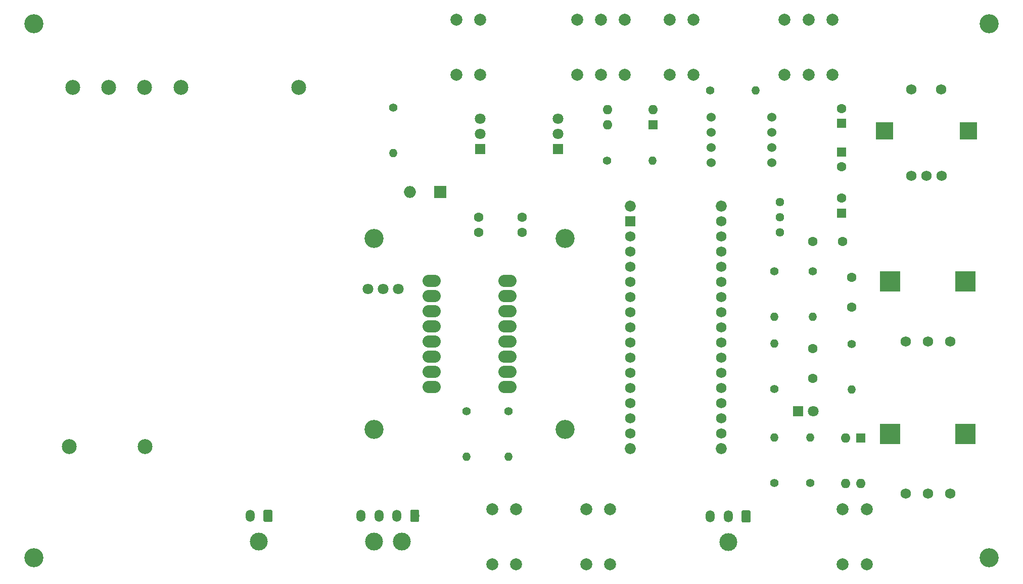
<source format=gbr>
G04 #@! TF.GenerationSoftware,KiCad,Pcbnew,(5.1.4)-1*
G04 #@! TF.CreationDate,2019-11-18T19:22:07+01:00*
G04 #@! TF.ProjectId,upuaut_2Nils,75707561-7574-45f3-924e-696c732e6b69,rev?*
G04 #@! TF.SameCoordinates,Original*
G04 #@! TF.FileFunction,Soldermask,Top*
G04 #@! TF.FilePolarity,Negative*
%FSLAX46Y46*%
G04 Gerber Fmt 4.6, Leading zero omitted, Abs format (unit mm)*
G04 Created by KiCad (PCBNEW (5.1.4)-1) date 2019-11-18 19:22:07*
%MOMM*%
%LPD*%
G04 APERTURE LIST*
%ADD10C,3.200000*%
%ADD11O,1.500000X2.020000*%
%ADD12C,0.100000*%
%ADD13C,1.500000*%
%ADD14C,3.000000*%
%ADD15C,1.800000*%
%ADD16C,2.000000*%
%ADD17R,3.500000X3.500000*%
%ADD18C,1.750000*%
%ADD19C,1.850000*%
%ADD20R,1.727200X1.727200*%
%ADD21C,1.727200*%
%ADD22O,1.600000X1.600000*%
%ADD23R,1.600000X1.600000*%
%ADD24O,3.048000X2.032000*%
%ADD25C,1.524000*%
%ADD26R,3.000000X3.000000*%
%ADD27R,1.800000X1.800000*%
%ADD28C,2.500000*%
%ADD29C,1.440000*%
%ADD30O,1.400000X1.400000*%
%ADD31C,1.400000*%
%ADD32C,1.600000*%
%ADD33O,2.000000X2.000000*%
%ADD34R,2.000000X2.000000*%
G04 APERTURE END LIST*
D10*
X65500000Y-142700000D03*
X225500000Y-142700000D03*
X225500000Y-53200000D03*
X65500000Y-53200000D03*
X122500000Y-89200000D03*
X154500000Y-89200000D03*
X154500000Y-121200000D03*
X122500000Y-121200000D03*
D11*
X120300000Y-135700000D03*
X123300000Y-135700000D03*
X126300000Y-135700000D03*
D12*
G36*
X129824504Y-134691204D02*
G01*
X129848773Y-134694804D01*
X129872571Y-134700765D01*
X129895671Y-134709030D01*
X129917849Y-134719520D01*
X129938893Y-134732133D01*
X129958598Y-134746747D01*
X129976777Y-134763223D01*
X129993253Y-134781402D01*
X130007867Y-134801107D01*
X130020480Y-134822151D01*
X130030970Y-134844329D01*
X130039235Y-134867429D01*
X130045196Y-134891227D01*
X130048796Y-134915496D01*
X130050000Y-134940000D01*
X130050000Y-136460000D01*
X130048796Y-136484504D01*
X130045196Y-136508773D01*
X130039235Y-136532571D01*
X130030970Y-136555671D01*
X130020480Y-136577849D01*
X130007867Y-136598893D01*
X129993253Y-136618598D01*
X129976777Y-136636777D01*
X129958598Y-136653253D01*
X129938893Y-136667867D01*
X129917849Y-136680480D01*
X129895671Y-136690970D01*
X129872571Y-136699235D01*
X129848773Y-136705196D01*
X129824504Y-136708796D01*
X129800000Y-136710000D01*
X128800000Y-136710000D01*
X128775496Y-136708796D01*
X128751227Y-136705196D01*
X128727429Y-136699235D01*
X128704329Y-136690970D01*
X128682151Y-136680480D01*
X128661107Y-136667867D01*
X128641402Y-136653253D01*
X128623223Y-136636777D01*
X128606747Y-136618598D01*
X128592133Y-136598893D01*
X128579520Y-136577849D01*
X128569030Y-136555671D01*
X128560765Y-136532571D01*
X128554804Y-136508773D01*
X128551204Y-136484504D01*
X128550000Y-136460000D01*
X128550000Y-134940000D01*
X128551204Y-134915496D01*
X128554804Y-134891227D01*
X128560765Y-134867429D01*
X128569030Y-134844329D01*
X128579520Y-134822151D01*
X128592133Y-134801107D01*
X128606747Y-134781402D01*
X128623223Y-134763223D01*
X128641402Y-134746747D01*
X128661107Y-134732133D01*
X128682151Y-134719520D01*
X128704329Y-134709030D01*
X128727429Y-134700765D01*
X128751227Y-134694804D01*
X128775496Y-134691204D01*
X128800000Y-134690000D01*
X129800000Y-134690000D01*
X129824504Y-134691204D01*
X129824504Y-134691204D01*
G37*
D13*
X129300000Y-135700000D03*
D14*
X122450000Y-140020000D03*
X127150000Y-140020000D03*
D11*
X101700000Y-135700000D03*
D12*
G36*
X105224504Y-134691204D02*
G01*
X105248773Y-134694804D01*
X105272571Y-134700765D01*
X105295671Y-134709030D01*
X105317849Y-134719520D01*
X105338893Y-134732133D01*
X105358598Y-134746747D01*
X105376777Y-134763223D01*
X105393253Y-134781402D01*
X105407867Y-134801107D01*
X105420480Y-134822151D01*
X105430970Y-134844329D01*
X105439235Y-134867429D01*
X105445196Y-134891227D01*
X105448796Y-134915496D01*
X105450000Y-134940000D01*
X105450000Y-136460000D01*
X105448796Y-136484504D01*
X105445196Y-136508773D01*
X105439235Y-136532571D01*
X105430970Y-136555671D01*
X105420480Y-136577849D01*
X105407867Y-136598893D01*
X105393253Y-136618598D01*
X105376777Y-136636777D01*
X105358598Y-136653253D01*
X105338893Y-136667867D01*
X105317849Y-136680480D01*
X105295671Y-136690970D01*
X105272571Y-136699235D01*
X105248773Y-136705196D01*
X105224504Y-136708796D01*
X105200000Y-136710000D01*
X104200000Y-136710000D01*
X104175496Y-136708796D01*
X104151227Y-136705196D01*
X104127429Y-136699235D01*
X104104329Y-136690970D01*
X104082151Y-136680480D01*
X104061107Y-136667867D01*
X104041402Y-136653253D01*
X104023223Y-136636777D01*
X104006747Y-136618598D01*
X103992133Y-136598893D01*
X103979520Y-136577849D01*
X103969030Y-136555671D01*
X103960765Y-136532571D01*
X103954804Y-136508773D01*
X103951204Y-136484504D01*
X103950000Y-136460000D01*
X103950000Y-134940000D01*
X103951204Y-134915496D01*
X103954804Y-134891227D01*
X103960765Y-134867429D01*
X103969030Y-134844329D01*
X103979520Y-134822151D01*
X103992133Y-134801107D01*
X104006747Y-134781402D01*
X104023223Y-134763223D01*
X104041402Y-134746747D01*
X104061107Y-134732133D01*
X104082151Y-134719520D01*
X104104329Y-134709030D01*
X104127429Y-134700765D01*
X104151227Y-134694804D01*
X104175496Y-134691204D01*
X104200000Y-134690000D01*
X105200000Y-134690000D01*
X105224504Y-134691204D01*
X105224504Y-134691204D01*
G37*
D13*
X104700000Y-135700000D03*
D14*
X103200000Y-140020000D03*
D11*
X178800000Y-135800000D03*
X181800000Y-135800000D03*
D12*
G36*
X185324504Y-134791204D02*
G01*
X185348773Y-134794804D01*
X185372571Y-134800765D01*
X185395671Y-134809030D01*
X185417849Y-134819520D01*
X185438893Y-134832133D01*
X185458598Y-134846747D01*
X185476777Y-134863223D01*
X185493253Y-134881402D01*
X185507867Y-134901107D01*
X185520480Y-134922151D01*
X185530970Y-134944329D01*
X185539235Y-134967429D01*
X185545196Y-134991227D01*
X185548796Y-135015496D01*
X185550000Y-135040000D01*
X185550000Y-136560000D01*
X185548796Y-136584504D01*
X185545196Y-136608773D01*
X185539235Y-136632571D01*
X185530970Y-136655671D01*
X185520480Y-136677849D01*
X185507867Y-136698893D01*
X185493253Y-136718598D01*
X185476777Y-136736777D01*
X185458598Y-136753253D01*
X185438893Y-136767867D01*
X185417849Y-136780480D01*
X185395671Y-136790970D01*
X185372571Y-136799235D01*
X185348773Y-136805196D01*
X185324504Y-136808796D01*
X185300000Y-136810000D01*
X184300000Y-136810000D01*
X184275496Y-136808796D01*
X184251227Y-136805196D01*
X184227429Y-136799235D01*
X184204329Y-136790970D01*
X184182151Y-136780480D01*
X184161107Y-136767867D01*
X184141402Y-136753253D01*
X184123223Y-136736777D01*
X184106747Y-136718598D01*
X184092133Y-136698893D01*
X184079520Y-136677849D01*
X184069030Y-136655671D01*
X184060765Y-136632571D01*
X184054804Y-136608773D01*
X184051204Y-136584504D01*
X184050000Y-136560000D01*
X184050000Y-135040000D01*
X184051204Y-135015496D01*
X184054804Y-134991227D01*
X184060765Y-134967429D01*
X184069030Y-134944329D01*
X184079520Y-134922151D01*
X184092133Y-134901107D01*
X184106747Y-134881402D01*
X184123223Y-134863223D01*
X184141402Y-134846747D01*
X184161107Y-134832133D01*
X184182151Y-134819520D01*
X184204329Y-134809030D01*
X184227429Y-134800765D01*
X184251227Y-134794804D01*
X184275496Y-134791204D01*
X184300000Y-134790000D01*
X185300000Y-134790000D01*
X185324504Y-134791204D01*
X185324504Y-134791204D01*
G37*
D13*
X184800000Y-135800000D03*
D14*
X181800000Y-140120000D03*
D15*
X121460000Y-97700000D03*
X124000000Y-97700000D03*
X126540000Y-97700000D03*
D16*
X160500000Y-61800000D03*
X160500000Y-52600000D03*
X156500000Y-61800000D03*
X164500000Y-61800000D03*
X156500000Y-52600000D03*
X164500000Y-52600000D03*
D17*
X221550000Y-96450000D03*
X208950000Y-96450000D03*
D18*
X211500000Y-106450000D03*
X215250000Y-106450000D03*
X219000000Y-106450000D03*
D19*
X180620000Y-124430000D03*
X165380000Y-124430000D03*
X180620000Y-83790000D03*
X165380000Y-83790000D03*
D20*
X165380000Y-86330000D03*
D21*
X165380000Y-88870000D03*
X165380000Y-91410000D03*
X165380000Y-93950000D03*
X165380000Y-96490000D03*
X165380000Y-99030000D03*
X165380000Y-101570000D03*
X165380000Y-104110000D03*
X165380000Y-106650000D03*
X165380000Y-109190000D03*
X165380000Y-111730000D03*
X165380000Y-114270000D03*
X165380000Y-116810000D03*
X165380000Y-119350000D03*
X165380000Y-121890000D03*
X180620000Y-121890000D03*
X180620000Y-119350000D03*
X180620000Y-116810000D03*
X180620000Y-114270000D03*
X180620000Y-111730000D03*
X180620000Y-109190000D03*
X180620000Y-106650000D03*
X180620000Y-104110000D03*
X180620000Y-101570000D03*
X180620000Y-99030000D03*
X180620000Y-96490000D03*
X180620000Y-93950000D03*
X180620000Y-91410000D03*
X180620000Y-88870000D03*
X180620000Y-86330000D03*
D16*
X172000000Y-61800000D03*
X176000000Y-61800000D03*
X172000000Y-52600000D03*
X176000000Y-52600000D03*
D22*
X204000000Y-130320000D03*
X201460000Y-122700000D03*
X201460000Y-130320000D03*
D23*
X204000000Y-122700000D03*
D16*
X162000000Y-134600000D03*
X158000000Y-134600000D03*
X162000000Y-143800000D03*
X158000000Y-143800000D03*
X146250000Y-134600000D03*
X142250000Y-134600000D03*
X146250000Y-143800000D03*
X142250000Y-143800000D03*
X136250000Y-61800000D03*
X140250000Y-61800000D03*
X136250000Y-52600000D03*
X140250000Y-52600000D03*
X205000000Y-134600000D03*
X201000000Y-134600000D03*
X205000000Y-143800000D03*
X201000000Y-143800000D03*
X195250000Y-61800000D03*
X195250000Y-52600000D03*
X191250000Y-61800000D03*
X199250000Y-61800000D03*
X191250000Y-52600000D03*
X199250000Y-52600000D03*
D24*
X144850000Y-96310000D03*
X144850000Y-98850000D03*
X144850000Y-101390000D03*
X144850000Y-103930000D03*
X144850000Y-106470000D03*
X144850000Y-109010000D03*
X144850000Y-111550000D03*
X144850000Y-114090000D03*
X132150000Y-114090000D03*
X132150000Y-111550000D03*
X132150000Y-109010000D03*
X132150000Y-106470000D03*
X132150000Y-103930000D03*
X132150000Y-101390000D03*
X132150000Y-98850000D03*
X132150000Y-96310000D03*
D25*
X189080000Y-68870000D03*
X189080000Y-71410000D03*
X189080000Y-73950000D03*
X189080000Y-76490000D03*
X178920000Y-76490000D03*
X178920000Y-73950000D03*
X178920000Y-71410000D03*
X178920000Y-68870000D03*
D18*
X212500000Y-64200000D03*
X217500000Y-64200000D03*
D26*
X222000000Y-71200000D03*
X208000000Y-71200000D03*
D18*
X215000000Y-78700000D03*
X217540000Y-78700000D03*
X212460000Y-78700000D03*
D17*
X221550000Y-121950000D03*
X208950000Y-121950000D03*
D18*
X211500000Y-131950000D03*
X215250000Y-131950000D03*
X219000000Y-131950000D03*
D27*
X153250000Y-74200000D03*
D15*
X153250000Y-71660000D03*
X153250000Y-69120000D03*
D27*
X140250000Y-74200000D03*
D15*
X140250000Y-71660000D03*
X140250000Y-69120000D03*
D22*
X161630000Y-70200000D03*
X169250000Y-67660000D03*
X161630000Y-67660000D03*
D23*
X169250000Y-70200000D03*
D28*
X84150000Y-124100000D03*
X71400000Y-124100000D03*
X109850000Y-63900000D03*
X90100000Y-63900000D03*
X84050000Y-63900000D03*
X78050000Y-63900000D03*
X72050000Y-63900000D03*
D29*
X190500000Y-83120000D03*
X190500000Y-85660000D03*
X190500000Y-88200000D03*
D30*
X202500000Y-114570000D03*
D31*
X202500000Y-106950000D03*
D30*
X125700000Y-74920000D03*
D31*
X125700000Y-67300000D03*
D30*
X195500000Y-122580000D03*
D31*
X195500000Y-130200000D03*
D30*
X189500000Y-106830000D03*
D31*
X189500000Y-114450000D03*
D30*
X186370000Y-64450000D03*
D31*
X178750000Y-64450000D03*
D30*
X189500000Y-102320000D03*
D31*
X189500000Y-94700000D03*
D30*
X189500000Y-122580000D03*
D31*
X189500000Y-130200000D03*
D30*
X145000000Y-125820000D03*
D31*
X145000000Y-118200000D03*
D30*
X138000000Y-125820000D03*
D31*
X138000000Y-118200000D03*
D30*
X169120000Y-76200000D03*
D31*
X161500000Y-76200000D03*
D30*
X196000000Y-102320000D03*
D31*
X196000000Y-94700000D03*
D32*
X140000000Y-85700000D03*
X140000000Y-88200000D03*
X147250000Y-85700000D03*
X147250000Y-88200000D03*
D33*
X128520000Y-81400000D03*
D34*
X133600000Y-81400000D03*
D15*
X196040000Y-118200000D03*
D27*
X193500000Y-118200000D03*
D32*
X200750000Y-77200000D03*
D23*
X200750000Y-74700000D03*
D32*
X200750000Y-82450000D03*
D23*
X200750000Y-84950000D03*
D32*
X196000000Y-89700000D03*
X201000000Y-89700000D03*
X200750000Y-67450000D03*
D23*
X200750000Y-69950000D03*
D32*
X196000000Y-112700000D03*
X196000000Y-107700000D03*
X202500000Y-100700000D03*
X202500000Y-95700000D03*
M02*

</source>
